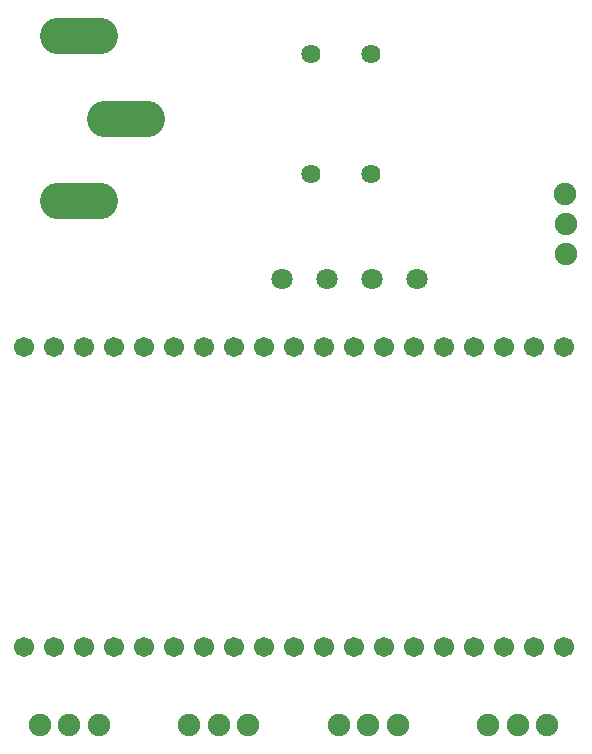
<source format=gbs>
G04 Layer: BottomSolderMaskLayer*
G04 EasyEDA v6.5.42, 2024-04-26 10:31:32*
G04 9f6459e1cdc04d20a695041d627ca585,394a4af37713441991a7fd952f151f2e,10*
G04 Gerber Generator version 0.2*
G04 Scale: 100 percent, Rotated: No, Reflected: No *
G04 Dimensions in millimeters *
G04 leading zeros omitted , absolute positions ,4 integer and 5 decimal *
%FSLAX45Y45*%
%MOMM*%

%ADD10C,1.9016*%
%ADD11O,6.599986800000001X3.0999938*%
%ADD12C,1.8016*%
%ADD13C,1.6256*%
%ADD14C,1.7016*%

%LPD*%
D10*
G01*
X5988050Y6324600D03*
G01*
X5988050Y6578600D03*
G01*
X5975350Y6832600D03*
D11*
G01*
X1857400Y8167598D03*
G01*
X1857400Y6767601D03*
G01*
X2257399Y7467600D03*
D10*
G01*
X5325300Y2336800D03*
G01*
X5575312Y2336800D03*
G01*
X5825299Y2336800D03*
G01*
X4059539Y2336800D03*
G01*
X4309551Y2336800D03*
G01*
X4559538Y2336800D03*
G01*
X2793761Y2336800D03*
G01*
X3043773Y2336800D03*
G01*
X3293760Y2336800D03*
G01*
X1528000Y2336800D03*
G01*
X1778012Y2336800D03*
G01*
X2027999Y2336800D03*
D12*
G01*
X3581400Y6108700D03*
G01*
X3962400Y6108700D03*
G01*
X4343400Y6108700D03*
G01*
X4724400Y6108700D03*
D13*
G01*
X4330700Y8013700D03*
G01*
X4330700Y6997700D03*
G01*
X3822700Y8013700D03*
G01*
X3822700Y6997700D03*
D14*
G01*
X1397005Y2997202D03*
G01*
X1651005Y2997202D03*
G01*
X1905005Y2997202D03*
G01*
X2159005Y2997202D03*
G01*
X2413005Y2997202D03*
G01*
X2667005Y2997202D03*
G01*
X2921005Y2997202D03*
G01*
X3175005Y2997202D03*
G01*
X3429005Y2997202D03*
G01*
X3683005Y2997202D03*
G01*
X3937005Y2997202D03*
G01*
X4191005Y2997202D03*
G01*
X4445005Y2997202D03*
G01*
X4699005Y2997202D03*
G01*
X4953005Y2997202D03*
G01*
X5207005Y2997202D03*
G01*
X5461005Y2997202D03*
G01*
X5715005Y2997202D03*
G01*
X5969005Y2997202D03*
G01*
X1397005Y5537202D03*
G01*
X1651005Y5537202D03*
G01*
X1905005Y5537202D03*
G01*
X2159005Y5537202D03*
G01*
X2413005Y5537202D03*
G01*
X2667005Y5537202D03*
G01*
X2921005Y5537202D03*
G01*
X3175005Y5537202D03*
G01*
X3429005Y5537202D03*
G01*
X3683005Y5537202D03*
G01*
X3937005Y5537202D03*
G01*
X4191005Y5537202D03*
G01*
X4445005Y5537202D03*
G01*
X4699005Y5537202D03*
G01*
X4953005Y5537202D03*
G01*
X5207005Y5537202D03*
G01*
X5461005Y5537202D03*
G01*
X5715005Y5537202D03*
G01*
X5969005Y5537202D03*
M02*

</source>
